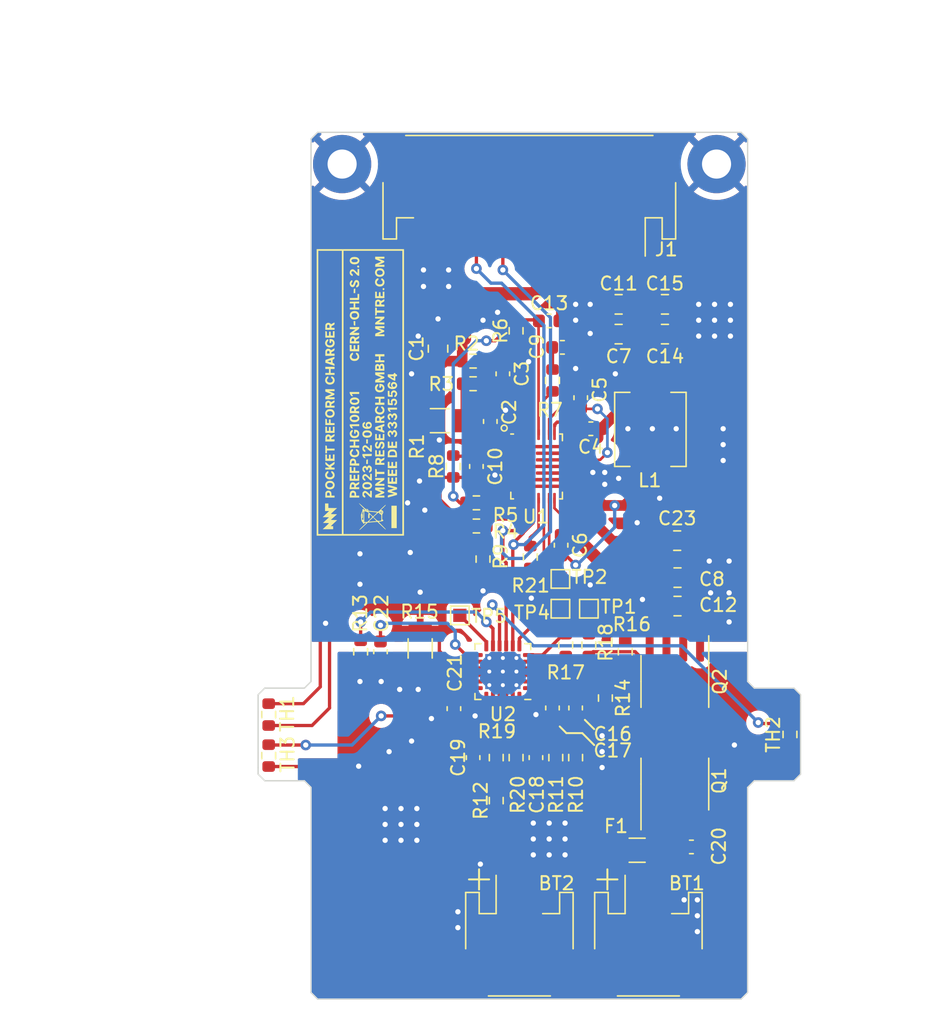
<source format=kicad_pcb>
(kicad_pcb (version 20221018) (generator pcbnew)
  (layers (0 "F.Cu" signal) (31 "B.Cu" signal) (34 "B.Paste" user) (35 "F.Paste" user) (36 "B.SilkS" user "B.Silkscreen") (37 "F.SilkS" user "F.Silkscreen") (38 "B.Mask" user) (39 "F.Mask" user) (44 "Edge.Cuts" user))
  (net 0 "")
  (net 1 "GND")
  (net 2 "CHGPOWER")
  (net 3 "Net-(C2-Pad2)")
  (net 4 "Net-(BT1-+)")
  (net 5 "Net-(BT1--)")
  (net 6 "Net-(U1-IAN)")
  (net 7 "Net-(U1-IAP)")
  (net 8 "Net-(U1-BST1)")
  (net 9 "Net-(U1-SW1)")
  (net 10 "Net-(U1-BST2)")
  (net 11 "Net-(U1-SW2)")
  (net 12 "SYSPOWER")
  (net 13 "/PACK+")
  (net 14 "Net-(C9-Pad2)")
  (net 15 "Net-(U1-CP2)")
  (net 16 "Net-(U1-CP1)")
  (net 17 "3V6")
  (net 18 "Net-(U1-VNTC)")
  (net 19 "Net-(U1-NTC)")
  (net 20 "Net-(U2-IN)")
  (net 21 "Net-(U2-CP)")
  (net 22 "Net-(U2-CELL1)")
  (net 23 "Net-(C20-Pad2)")
  (net 24 "Net-(U2-BATTS)")
  (net 25 "Net-(Q1-G)")
  (net 26 "STANDBY_3V3")
  (net 27 "I2C_SDA")
  (net 28 "I2C_SCL")
  (net 29 "Net-(U2-REG2)")
  (net 30 "Net-(U2-REG3)")
  (net 31 "Net-(Q1-D-Pad5)")
  (net 32 "Net-(Q2-G)")
  (net 33 "Net-(U1-~{INT})")
  (net 34 "Net-(U1-~{PROCHOT})")
  (net 35 "Net-(U1-~{ACOK})")
  (net 36 "Net-(U1-VMAX_BST)")
  (net 37 "Net-(U2-PFAIL)")
  (net 38 "Net-(U2-CHG)")
  (net 39 "Net-(U2-DIS)")
  (net 40 "Net-(U2-PCKP)")
  (net 41 "Net-(U2-ZVC)")
  (net 42 "Net-(U2-CELL2)")
  (net 43 "Net-(U2-CELL3)")
  (net 44 "Net-(U2-TH1)")
  (net 45 "Net-(U2-TH2)")
  (net 46 "Net-(U1-IBM)")
  (net 47 "Net-(U1-IAM)")
  (net 48 "Net-(U1-PSYS)")
  (net 49 "PACKGND")
  (net 50 "Net-(U2-ALRT)")
  (net 51 "Net-(U2-AOLDO)")
  (footprint "Package_DFN_QFN:QFN-24-1EP_4x4mm_P0.5mm_EP2.65x2.65mm_ThermalVias" (layer "F.Cu") (at 98.5 104.75 180)
    (fp_text reference "U2")
    (fp_text value "MAX17320G20+")
  )
  (footprint "Capacitor_SMD:C_0805_2012Metric" (layer "F.Cu") (at 93.6 80.35 -90)
    (fp_text reference "C1")
    (fp_text value "22uF")
  )
  (footprint "Resistor_SMD:R_0603_1608Metric" (layer "F.Cu") (at 80.8 111.1 -90)
    (fp_text reference "TH3")
    (fp_text value "10k")
  )
  (footprint "pocket-reform-charger:pocket-reform-charger-badge" (layer "F.Cu") (at 87.726333 83.664223 90)
    (fp_text reference "H5" hide)
    (fp_text value "BADGE" hide)
  )
  (footprint "Resistor_SMD:R_0603_1608Metric" (layer "F.Cu") (at 98 111.25 -90)
    (fp_text reference "R19")
    (fp_text value "0")
  )
  (footprint "Resistor_SMD:R_0603_1608Metric" (layer "F.Cu") (at 100.575 96.095 90)
    (fp_text reference "R21")
    (fp_text value "14.7k")
  )
  (footprint "Capacitor_SMD:C_0603_1608Metric" (layer "F.Cu") (at 94.8 107.55 90)
    (fp_text reference "C21")
    (fp_text value "470nF")
  )
  (footprint "Capacitor_SMD:C_0603_1608Metric" (layer "F.Cu") (at 102.25 107.5 90)
    (fp_text reference "C17")
    (fp_text value "0.1uF")
  )
  (footprint "Capacitor_SMD:C_0805_2012Metric" (layer "F.Cu") (at 111.7 99.8)
    (fp_text reference "C12")
    (fp_text value "22uF")
  )
  (footprint "Connector_JST:JST_PH_S2B-PH-SM4-TB_1x02-1MP_P2.00mm_Horizontal" (layer "F.Cu") (at 99.75 124.75)
    (fp_text reference "BT2")
    (fp_text value "Battery_Cell")
  )
  (footprint "Inductor_SMD:L_Sunlord_MWSA0518_5.4x5.2mm" (layer "F.Cu") (at 109.65 86.45 -90)
    (fp_text reference "L1")
    (fp_text value "1.5uH")
  )
  (footprint "Resistor_SMD:R_0603_1608Metric" (layer "F.Cu") (at 96.5 93.75)
    (fp_text reference "R4")
    (fp_text value "100k")
  )
  (footprint "Capacitor_SMD:C_0603_1608Metric" (layer "F.Cu") (at 102.9 95.2 -90)
    (fp_text reference "C6")
    (fp_text value "470nF")
  )
  (footprint "Capacitor_SMD:C_0603_1608Metric" (layer "F.Cu") (at 103 80.25 180)
    (fp_text reference "C9")
    (fp_text value "0.1uF")
  )
  (footprint "TestPoint:TestPoint_Pad_1.0x1.0mm" (layer "F.Cu") (at 102.85 97.75 -90)
    (fp_text reference "TP2")
    (fp_text value "TestPoint")
  )
  (footprint "Capacitor_SMD:C_0603_1608Metric" (layer "F.Cu") (at 102 78.25)
    (fp_text reference "C13")
    (fp_text value "10uF")
  )
  (footprint "Resistor_SMD:R_0603_1608Metric" (layer "F.Cu") (at 96.25 83 180)
    (fp_text reference "R3")
    (fp_text value "2")
  )
  (footprint "Resistor_SMD:R_0603_1608Metric" (layer "F.Cu") (at 103.25 102.75 -90)
    (fp_text reference "R17")
    (fp_text value "2k")
  )
  (footprint "Resistor_SMD:R_0603_1608Metric" (layer "F.Cu") (at 102.5 111.25 -90)
    (fp_text reference "R11")
    (fp_text value "49.9")
  )
  (footprint "MountingHole:MountingHole_2.2mm_M2_Pad" (layer "F.Cu") (at 86.35 66.4)
    (fp_text reference "H1" hide)
    (fp_text value "MountingHole_Pad")
  )
  (footprint "Resistor_SMD:R_0603_1608Metric" (layer "F.Cu") (at 80.8 108 90)
    (fp_text reference "TH1")
    (fp_text value "100k B4700")
  )
  (footprint "Resistor_SMD:R_0603_1608Metric" (layer "F.Cu") (at 96.25 81.29 180)
    (fp_text reference "R2")
    (fp_text value "2")
  )
  (footprint "TestPoint:TestPoint_Pad_1.0x1.0mm" (layer "F.Cu") (at 105 100 -90)
    (fp_text reference "TP1")
    (fp_text value "TestPoint")
  )
  (footprint "Capacitor_SMD:C_0805_2012Metric" (layer "F.Cu") (at 110.75 77)
    (fp_text reference "C15")
    (fp_text value "22uF")
  )
  (footprint "Capacitor_SMD:C_0805_2012Metric" (layer "F.Cu") (at 107.25 77 180)
    (fp_text reference "C11")
    (fp_text value "22uF")
  )
  (footprint "Capacitor_SMD:C_0603_1608Metric" (layer "F.Cu") (at 96.25 111.25 90)
    (fp_text reference "C19")
    (fp_text value "0.1uF")
  )
  (footprint "Capacitor_SMD:C_0805_2012Metric" (layer "F.Cu") (at 110.75 79.25)
    (fp_text reference "C14")
    (fp_text value "22uF")
  )
  (footprint "Capacitor_SMD:C_0603_1608Metric" (layer "F.Cu") (at 105.15 86.4)
    (fp_text reference "C4")
    (fp_text value "470nF")
  )
  (footprint "Resistor_SMD:R_0603_1608Metric" (layer "F.Cu") (at 106.25 106.75 -90)
    (fp_text reference "R14")
    (fp_text value "100")
  )
  (footprint "Resistor_SMD:R_0603_1608Metric" (layer "F.Cu") (at 104 111.25 -90)
    (fp_text reference "R10")
    (fp_text value "10")
  )
  (footprint "Resistor_SMD:R_0603_1608Metric" (layer "F.Cu") (at 120.2 109.5 -90)
    (fp_text reference "TH2")
    (fp_text value "10k")
  )
  (footprint "Capacitor_SMD:C_0805_2012Metric" (layer "F.Cu") (at 111.7 97.65)
    (fp_text reference "C8")
    (fp_text value "22uF")
  )
  (footprint "TestPoint:TestPoint_Pad_1.0x1.0mm" (layer "F.Cu") (at 102.85 100)
    (fp_text reference "TP4")
    (fp_text value "TestPoint")
  )
  (footprint "Fuse:Fuse_1206_3216Metric" (layer "F.Cu") (at 108.65 118.25)
    (fp_text reference "F1")
    (fp_text value "1206L300/12SLYR")
  )
  (footprint "Capacitor_SMD:C_0603_1608Metric" (layer "F.Cu") (at 104 107.5 90)
    (fp_text reference "C16")
    (fp_text value "470nF")
  )
  (footprint "Resistor_SMD:R_0603_1608Metric" (layer "F.Cu") (at 102.25 82.75 90)
    (fp_text reference "R7")
    (fp_text value "100")
  )
  (footprint "Resistor_SMD:R_0603_1608Metric" (layer "F.Cu") (at 99.5 79 -90)
    (fp_text reference "R6")
    (fp_text value "100k")
  )
  (footprint "Capacitor_SMD:C_0603_1608Metric" (layer "F.Cu") (at 104.385 84.055 -90)
    (fp_text reference "C5")
    (fp_text value "470nF")
  )
  (footprint "Package_SO:SOIC-8_3.9x4.9mm_P1.27mm" (layer "F.Cu") (at 111.5 105.5 -90)
    (fp_text reference "Q2")
    (fp_text value "IRF7458TRPBF")
  )
  (footprint "Capacitor_SMD:C_0603_1608Metric" (layer "F.Cu") (at 89.25 103.25 90)
    (fp_text reference "C22")
    (fp_text value "470nF")
  )
  (footprint "Resistor_SMD:R_0603_1608Metric" (layer "F.Cu") (at 98 114.5 -90)
    (fp_text reference "R12")
    (fp_text value "49.9")
  )
  (footprint "Resistor_SMD:R_0603_1608Metric" (layer "F.Cu") (at 96.5 92)
    (fp_text reference "R5")
    (fp_text value "100k")
  )
  (footprint "pocket-reform-charger:MP2762A" (layer "F.Cu") (at 101 89.25)
    (fp_text reference "U1")
    (fp_text value "MP2650")
  )
  (footprint "Connector_JST:JST_PH_S2B-PH-SM4-TB_1x02-1MP_P2.00mm_Horizontal" (layer "F.Cu") (at 109.5 124.75)
    (fp_text reference "BT1")
    (fp_text value "Battery_Cell")
  )
  (footprint "Resistor_SMD:R_1206_3216Metric" (layer "F.Cu") (at 92.25 103 -90)
    (fp_text reference "R15")
    (fp_text value "5m")
  )
  (footprint "Resistor_SMD:R_0603_1608Metric" (layer "F.Cu") (at 105 102.75 90)
    (fp_text reference "R18")
    (fp_text value "1k")
  )
  (footprint "Resistor_SMD:R_0603_1608Metric" (layer "F.Cu") (at 87.75 103.25 -90)
    (fp_text reference "R13")
    (fp_text value "1k")
  )
  (footprint "Resistor_SMD:R_1206_3216Metric" (layer "F.Cu") (at 93.75 85.79 180)
    (fp_text reference "R1")
    (fp_text value "10m")
  )
  (footprint "Package_SO:SOIC-8_3.9x4.9mm_P1.27mm" (layer "F.Cu") (at 111.5 113.25 90)
    (fp_text reference "Q1")
    (fp_text value "IRF7458TRPBF")
  )
  (footprint "Capacitor_SMD:C_0603_1608Metric" (layer "F.Cu") (at 98.5 82.25 90)
    (fp_text reference "C3")
    (fp_text value "0.1uF")
  )
  (footprint "Capacitor_SMD:C_0805_2012Metric" (layer "F.Cu") (at 107.25 79.25 180)
    (fp_text reference "C7")
    (fp_text value "22uF")
  )
  (footprint "Capacitor_SMD:C_0603_1608Metric" (layer "F.Cu") (at 97.55 85.85 -90)
    (fp_text reference "C2")
    (fp_text value "1uF")
  )
  (footprint "Resistor_SMD:R_0603_1608Metric" (layer "F.Cu") (at 97 96.25 -90)
    (fp_text reference "R9")
    (fp_text value "37.4k")
  )
  (footprint "Connector_JST:JST_PH_S9B-PH-SM4-TB_1x09-1MP_P2.00mm_Horizontal" (layer "F.Cu") (at 100.5 68.75 180)
    (fp_text reference "J1")
    (fp_text value "CHARGER")
  )
  (footprint "Resistor_SMD:R_0603_1608Metric" (layer "F.Cu") (at 94.75 89.25 -90)
    (fp_text reference "R8")
    (fp_text value "13.7k")
  )
  (footprint "MountingHole:MountingHole_2.2mm_M2_Pad" (layer "F.Cu") (at 114.65 66.4)
    (fp_text reference "H2" hide)
    (fp_text value "MountingHole_Pad")
  )
  (footprint "Capacitor_SMD:C_0603_1608Metric" (layer "F.Cu") (at 101 111.25 90)
    (fp_text reference "C18")
    (fp_text value "0.1uF")
  )
  (footprint "Resistor_SMD:R_0603_1608Metric" (layer "F.Cu") (at 107.75 103.25 90)
    (fp_text reference "R16")
    (fp_text value "100")
  )
  (footprint "Capacitor_SMD:C_0603_1608Metric" (layer "F.Cu") (at 112.75 118 180)
    (fp_text reference "C20")
    (fp_text value "0.1uF")
  )
  (footprint "Capacitor_SMD:C_0603_1608Metric" (layer "F.Cu") (at 96.5 89.25 -90)
    (fp_text reference "C10")
    (fp_text value "1uF")
  )
  (footprint "Capacitor_SMD:C_0805_2012Metric" (layer "F.Cu") (at 111.675 94.855)
    (fp_text reference "C23")
    (fp_text value "22uF")
  )
  (footprint "Resistor_SMD:R_0603_1608Metric" (layer "F.Cu") (at 99.5 111.25 -90)
    (fp_text reference "R20")
    (fp_text value "0")
  )
  (footprint "TestPoint:TestPoint_Pad_1.0x1.0mm" (layer "F.Cu") (at 95.25 100.5)
    (fp_text reference "TP5")
    (fp_text value "TestPoint")
  )
  (gr_line (start 105.4 110.3) (end 104.5 109.4) (stroke (width 0.15)) (layer "F.SilkS"))
  (gr_line (start 103.3 109.4) (end 102.8 108.9) (stroke (width 0.15)) (layer "F.SilkS"))
  (gr_line (start 105.4 109.1) (end 104.7 108.4) (stroke (width 0.15)) (layer "F.SilkS"))
  (gr_line (start 104.5 109.4) (end 103.3 109.4) (stroke (width 0.15)) (layer "F.SilkS"))
  (gr_line (start 84.5 64) (end 116.5 64) (stroke (width 0.1)) (layer "Edge.Cuts"))
  (gr_line (start 117 113.5) (end 117 129) (stroke (width 0.1)) (layer "Edge.Cuts"))
  (gr_line (start 117.5 106) (end 117 105.5) (stroke (width 0.1)) (layer "Edge.Cuts"))
  (gr_line (start 80 112.5) (end 80.5 113) (stroke (width 0.1)) (layer "Edge.Cuts"))
  (gr_line (start 121 112.5) (end 121 107) (stroke (width 0.1)) (layer "Edge.Cuts"))
  (gr_line (start 116.5 129.5) (end 117 129) (stroke (width 0.1)) (layer "Edge.Cuts"))
  (gr_line (start 116.5 64) (end 117 64.5) (stroke (width 0.1)) (layer "Edge.Cuts"))
  (gr_line (start 117.5 113) (end 117 113.5) (stroke (width 0.1)) (layer "Edge.Cuts"))
  (gr_line (start 84 105.5) (end 84 64.5) (stroke (width 0.1)) (layer "Edge.Cuts"))
  (gr_line (start 117.5 113) (end 120.5 113) (stroke (width 0.1)) (layer "Edge.Cuts"))
  (gr_line (start 80 106.5) (end 80 112) (stroke (width 0.1)) (layer "Edge.Cuts"))
  (gr_line (start 117 64.5) (end 117 105.5) (stroke (width 0.1)) (layer "Edge.Cuts"))
  (gr_line (start 80.5 106) (end 80 106.5) (stroke (width 0.1)) (layer "Edge.Cuts"))
  (gr_line (start 120.5 106) (end 117.5 106) (stroke (width 0.1)) (layer "Edge.Cuts"))
  (gr_line (start 84.5 64) (end 84 64.5) (stroke (width 0.1)) (layer "Edge.Cuts"))
  (gr_line (start 84 129) (end 84.5 129.5) (stroke (width 0.1)) (layer "Edge.Cuts"))
  (gr_line (start 83.5 106) (end 84 105.5) (stroke (width 0.1)) (layer "Edge.Cuts"))
  (gr_line (start 84 113.5) (end 84 129) (stroke (width 0.1)) (layer "Edge.Cuts"))
  (gr_line (start 80.5 113) (end 83.5 113) (stroke (width 0.1)) (layer "Edge.Cuts"))
  (gr_line (start 83.5 113) (end 84 113.5) (stroke (width 0.1)) (layer "Edge.Cuts"))
  (gr_line (start 120.5 113) (end 121 112.5) (stroke (width 0.1)) (layer "Edge.Cuts"))
  (gr_line (start 83.5 106) (end 80.5 106) (stroke (width 0.1)) (layer "Edge.Cuts"))
  (gr_line (start 116.5 129.5) (end 84.5 129.5) (stroke (width 0.1)) (layer "Edge.Cuts"))
  (gr_line (start 121 106.5) (end 120.5 106) (stroke (width 0.1)) (layer "Edge.Cuts"))
  (gr_line (start 121 107) (end 121 106.5) (stroke (width 0.1)) (layer "Edge.Cuts"))
  (gr_line (start 80 112) (end 80 112.5) (stroke (width 0.1)) (layer "Edge.Cuts"))
  (gr_text "+" (at 96.7 120.3) (layer "F.SilkS") (effects (font (size 2 2))))
  (gr_text "+" (at 106.4 120.3) (layer "F.SilkS") (effects (font (size 2 2))))
  (segment (start 104.85 89.25) (end 102.15 89.25) (width 0.25) (layer "F.Cu") (net 1))
  (segment (start 99.35 89.25) (end 98.25 89.25) (width 0.25) (layer "F.Cu") (net 1))
  (segment (start 93.7 103.19375) (end 93.7 102) (width 0.25) (layer "F.Cu") (net 1))
  (segment (start 100.8 86.85) (end 100.8 81.686061) (width 0.2) (layer "F.Cu") (net 1))
  (segment (start 83.425 107.175) (end 84.7 105.9) (width 0.25) (layer "F.Cu") (net 1))
  (segment (start 102.15 89.25) (end 99.35 89.25) (width 0.25) (layer "F.Cu") (net 1))
  (segment (start 92.5 71.6) (end 92.5 74.4) (width 0.25) (layer "F.Cu") (net 1))
  (segment (start 93.6 79.4) (end 93.6 78.1) (width 0.25) (layer "F.Cu") (net 1))
  (segment (start 105.1 79.2) (end 105.15 79.25) (width 0.25) (layer "F.Cu") (net 1))
  (segment (start 97.9 89.6) (end 97.9 89.9) (width 0.25) (layer "F.Cu") (net 1))
  (segment (start 93.7 102) (end 93.2375 101.5375) (width 0.25) (layer "F.Cu") (net 1))
  (segment (start 83.425 107.175) (end 80.8 107.175) (width 0.25) (layer "F.Cu") (net 1))
  (segment (start 94.5 71.6) (end 94.5 74.3) (width 0.25) (layer "F.Cu") (net 1))
  (segment (start 84.7 101.5) (end 85.1 101.1) (width 0.25) (layer "F.Cu") (net 1))
  (segment (start 94.50625 104) (end 93.7 103.19375) (width 0.25) (layer "F.Cu") (net 1))
  (segment (start 94.5 74.3) (end 94.4 74.4) (width 0.25) (layer "F.Cu") (net 1))
  (segment (start 105.3 89.7) (end 104.85 89.25) (width 0.25) (layer "F.Cu") (net 1))
  (segment (start 93.2375 101.5375) (end 92.25 101.5375) (width 0.25) (layer "F.Cu") (net 1))
  (segment (start 104 78.2) (end 102.825 78.2) (width 0.25) (layer "F.Cu") (net 1))
  (segment (start 93.6 79.4) (end 92.1 79.4) (width 0.25) (layer "F.Cu") (net 1))
  (segment (start 100.8 81.686061) (end 100.445576 81.331637) (width 0.2) (layer "F.Cu") (net 1))
  (segment (start 92.25 101.5375) (end 92.25 98.75) (width 0.25) (layer "F.Cu") (net 1))
  (segment (start 105.15 79.25) (end 106.3 79.25) (width 0.25) (layer "F.Cu") (net 1))
  (segment (start 106.3 77) (end 105.1 77) (width 0.25) (layer "F.Cu") (net 1))
  (segment (start 97.625 85) (end 97.55 85.075) (width 0.25) (layer "F.Cu") (net 1))
  (segment (start 96.55 104) (end 94.50625 104) (width 0.25) (layer "F.Cu") (net 1))
  (segment (start 102.825 78.2) (end 102.775 78.25) (width 0.25) (layer "F.Cu") (net 1))
  (segment (start 84.7 105.9) (end 84.7 101.5) (width 0.25) (layer "F.Cu") (net 1))
  (segment (start 98.7 85) (end 97.625 85) (width 0.25) (layer "F.Cu") (net 1))
  (segment (start 98.25 89.25) (end 97.9 89.6) (width 0.25) (layer "F.Cu") (net 1))
  (segment (start 113.25 79.45) (end 113.3 79.4) (width 0.25) (layer "F.Cu") (net 1))
  (segment (start 105.3 89.7) (end 106.2 89.7) (width 0.25) (layer "F.Cu") (net 1))
  (segment (start 106.2 89.7) (end 106.2 90.6) (width 0.25) (layer "F.Cu") (net 1))
  (via (at 87.7 98.15) (size 0.8) (drill 0.4) (layers "F.Cu" "B.Cu") (net 1))
  (via (at 110.35 91.65) (size 0.8) (drill 0.4) (layers "F.Cu" "B.Cu") (net 1))
  (via (at 113.3 78.2) (size 0.8) (drill 0.4) (layers "F.Cu" "B.Cu") (net 1))
  (via (at 114.5 78.2) (size 0.8) (drill 0.4) (layers "F.Cu" "B.Cu") (net 1))
  (via (at 109.8 86.4) (size 0.8) (drill 0.4) (layers "F.Cu" "B.Cu") (net 1))
  (via (at 107.25 90.15) (size 0.8) (drill 0.4) (layers "F.Cu" "B.Cu") (net 1))
  (via (at 115.7 77) (size 0.8) (drill 0.4) (layers "F.Cu" "B.Cu") (net 1))
  (via (at 93.7 87.25) (size 0.8) (drill 0.4) (layers "F.Cu" "B.Cu") (net 1))
  (via (at 114.2 98.8) (size 0.8) (drill 0.4) (layers "F.Cu" "B.Cu") (net 1))
  (via (at 92.6 92.55) (size 0.8) (drill 0.4) (layers "F.Cu" "B.Cu") (net 1))
  (via (at 107.95 86.4) (size 0.8) (drill 0.4) (layers "F.Cu" "B.Cu") (net 1))
  (via (at 91.3 92) (size 0.8) (drill 0.4) (layers "F.Cu" "B.Cu") (net 1))
  (via (at 115.6 98.8) (size 0.8) (drill 0.4) (layers "F.Cu" "B.Cu") (net 1))
  (via (at 114.5 77) (size 0.8) (drill 0.4) (layers "F.Cu" "B.Cu") (net 1))
  (via (at 93.6 78.1) (size 0.8) (drill 0.4) (layers "F.Cu" "B.Cu") (net 1))
  (via (at 91.5 95.75) (size 0.8) (drill 0.4) (layers "F.Cu" "B.Cu") (net 1))
  (via (at 92.2 90.35) (size 0.8) (drill 0.4) (layers "F.Cu" "B.Cu") (net 1))
  (via (at 92.5 74.4) (size 0.8) (drill 0.4) (layers "F.Cu" "B.Cu") (net 1))
  (via (at 97 98.65) (size 0.8) (drill 0.4) (layers "F.Cu" "B.Cu") (net 1))
  (via (at 105.1 77) (size 0.8) (drill 0.4) (layers "F.Cu" "B.Cu") (net 1))
  (via (at 115.7 79.4) (size 0.8) (drill 0.4) (layers "F.Cu" "B.Cu") (net 1))
  (via (at 100.65 99.2) (size 0.8) (drill 0.4) (layers "F.Cu" "B.Cu") (net 1))
  (via (at 105.1 98.2) (size 0.8) (drill 0.4) (layers "F.Cu" "B.Cu") (net 1))
  (via (at 105.3 89.7) (size 0.8) (drill 0.4) (layers "F.Cu" "B.Cu") (net 1))
  (via (at 98.1 77.6) (size 0.8) (drill 0.4) (layers "F.Cu" "B.Cu") (net 1))
  (via (at 94.4 75.65) (size 0.8) (drill 0.4) (layers "F.Cu" "B.Cu") (net 1))
  (via (at 104 81.85) (size 0.8) (drill 0.4) (layers "F.Cu" "B.Cu") (net 1))
  (via (at 115.7 78.2) (size 0.8) (drill 0.4) (layers "F.Cu" "B.Cu") (net 1))
  (via (at 104 78.2) (size 0.8) (drill 0.4) (layers "F.Cu" "B.Cu") (net 1))
  (via (at 115.6 96.4) (size 0.8) (drill 0.4) (layers "F.Cu" "B.Cu") (net 1))
  (via (at 107 82.25) (size 0.8) (drill 0.4) (layers "F.Cu" "B.Cu") (net 1))
  (via (at 91.6 82.25) (size 0.8) (drill 0.4) (layers "F.Cu" "B.Cu") (net 1))
  (via (at 100.445576 81.331637) (size 0.8) (drill 0.4) (layers "F.Cu" "B.Cu") (net 1))
  (via (at 115.6 101) (size 0.8) (drill 0.4) (layers "F.Cu" "B.Cu") (net 1))
  (via (at 108.65 93.5) (size 0.8) (drill 0.4) (layers "F.Cu" "B.Cu") (net 1))
  (via (at 105.1 79.2) (size 0.8) (drill 0.4) (layers "F.Cu" "B.Cu") (net 1))
  (via (at 104 77) (size 0.8) (drill 0.4) (layers "F.Cu" "B.Cu") (net 1))
  (via (at 115.15 86.4) (size 0.8) (drill 0.4) (layers "F.Cu" "B.Cu") (net 1))
  (via (at 85.1 101.1) (size 0.8) (drill 0.4) (layers "F.Cu" "B.Cu") (net 1))
  (via (at 92.25 98.75) (size 0.8) (drill 0.4) (layers "F.Cu" "B.Cu") (net 1))
  (via (at 114.5 79.4) (size 0.8) (drill 0.4) (layers "F.Cu" "B.Cu") (net 1))
  (via (at 92.1 79.4) (size 0.8) (drill 0.4) (layers "F.Cu" "B.Cu") (net 1))
  (via (at 111.6 86.4) (size 0.8) (drill 0.4) (layers "F.Cu" "B.Cu") (net 1))
  (via (at 115.15 87.6) (size 0.8) (drill 0.4) (layers "F.Cu" "B.Cu") (net 1))
  (via (at 106.2 90.6) (size 0.8) (drill 0.4) (layers "F.Cu" "B.Cu") (net 1))
  (via (at 106.2 89.7) (size 0.8) (drill 0.4) (layers "F.Cu" "B.Cu") (net 1))
  (via (at 97 78.2) (size 0.8) (drill 0.4) (layers "F.Cu" "B.Cu") (net 1))
  (via (at 92.5 75.65) (size 0.8) (drill 0.4) (layers "F.Cu" "B.Cu") (net 1))
  (via (at 113.3 77) (size 0.8) (drill 0.4) (layers "F.Cu" "B.Cu") (net 1))
  (via (at 115.15 88.8) (size 0.8) (drill 0.4) (layers "F.Cu" "B.Cu") (net 1))
  (via (at 114.1 96.4) (size 0.8) (drill 0.4) (layers "F.Cu" "B.Cu") (net 1))
  (via (at 97.9 89.9) (size 0.8) (drill 0.4) (layers "F.Cu" "B.Cu") (net 1))
  (via (at 94.4 74.4) (size 0.8) (drill 0.4) (layers "F.Cu" "B.Cu") (net 1))
  (via (at 113.3 79.4) (size 0.8) (drill 0.4) (layers "F.Cu" "B.Cu") (net 1))
  (via (at 109.05 99.3) (size 0.8) (drill 0.4) (layers "F.Cu" "B.Cu") (net 1))
  (via (at 98.7 85) (size 0.8) (drill 0.4) (layers "F.Cu" "B.Cu") (net 1))
  (via (at 87.7 95.85) (size 0.8) (drill 0.4) (layers "F.Cu" "B.Cu") (net 1))
  (segment (start 100.445576 81.331637) (end 98.7 83.077213) (width 0.2) (layer "B.Cu") (net 1))
  (segment (start 98.7 83.077213) (end 98.7 85) (width 0.2) (layer "B.Cu") (net 1))
  (segment (start 97.9 89.9) (end 98.7 89.1) (width 0.25) (layer "B.Cu") (net 1))
  (segment (start 98.7 89.1) (end 98.7 85) (width 0.25) (layer "B.Cu") (net 1))
  (segment (start 93.6 83) (end 92.2875 84.3125) (width 1) (layer "F.Cu") (net 2))
  (segment (start 104.1 74.5) (end 102.5 74.5) (width 0.8) (layer "F.Cu") (net 2))
  (segment (start 95.6 79.6) (end 95.6 77.5) (width 1) (layer "F.Cu") (net 2))
  (segment (start 93.6 81.3) (end 93.6 83) (width 1) (layer "F.Cu") (net 2))
  (segment (start 95.6 77.5) (end 96.9 76.2) (width 1) (layer "F.Cu") (net 2))
  (segment (start 104.5 71.6) (end 104.5 74.1) (width 0.8) (layer "F.Cu") (net 2))
  (segment (start 92.2875 84.3125) (end 92.2875 85.79) (width 1) (layer "F.Cu") (net 2))
  (segment (start 100.8 76.2) (end 102.5 74.5) (width 1) (layer "F.Cu") (net 2))
  (segment (start 95.6 79.6) (end 95.425 79.775) (width 0.8) (layer "F.Cu") (net 2))
  (segment (start 104.5 74.1) (end 104.1 74.5) (width 0.8) (layer "F.Cu") (net 2))
  (segment (start 96.9 76.2) (end 100.8 76.2) (width 1) (layer "F.Cu") (net 2))
  (segment (start 102.5 71.6) (end 102.5 74.5) (width 0.8) (layer "F.Cu") (net 2))
  (segment (start 95.425 79.775) (end 95.425 81.29) (width 0.8) (layer "F.Cu") (net 2))
  (segment (start 93.61 81.29) (end 93.6 81.3) (width 0.8) (layer "F.Cu") (net 2))
  (segment (start 95.425 81.29) (end 93.61 81.29) (width 0.8) (layer "F.Cu") (net 2))
  (segment (start 95.99 85.79) (end 96.825 86.625) (width 0.8) (layer "F.Cu") (net 3))
  (segment (start 98.675 87.75) (end 97.55 86.625) (width 0.25) (layer "F.Cu") (net 3))
  (segment (start 99.35 87.75) (end 102.15 87.75) (width 0.25) (layer "F.Cu") (net 3))
  (segment (start 95.2125 85.79) (end 95.99 85.79) (width 0.8) (layer "F.Cu") (net 3))
  (segment (start 99.35 87.75) (end 98.675 87.75) (width 0.25) (layer "F.Cu") (net 3))
  (segment (start 96.825 86.625) (end 97.55 86.625) (width 0.8) (layer "F.Cu") (net 3))
  (segment (start 95.425 85.5775) (end 95.2125 85.79) (width 0.25) (layer "F.Cu") (net 3))
  (segment (start 95.425 83) (end 95.425 85.5775) (width 0.25) (layer "F.Cu") (net 3))
  (segment (start 107.25 115.325) (end 107.25 118.25) (width 0.25) (layer "F.Cu") (net 4))
  (segment (start 108.5 119.5) (end 108.5 121.9) (width 1) (layer "F.Cu") (net 4))
  (segment (start 102.5 112.075) (end 104 112.075) (width 0.25) (layer "F.Cu") (net 4))
  (segment (start 107.25 118.25) (end 108.5 119.5) (width 1) (layer "F.Cu") (net 4))
  (segment (start 104 112.075) (end 107.25 115.325) (width 0.25) (layer "F.Cu") (net 4))
  (segment (start 98.75 124.35) (end 98.75 121.9) (width 0.8) (layer "F.Cu") (net 5))
  (segment (start 98 115.325) (end 98.8 116.125) (width 0.25) (layer "F.Cu") (net 5))
  (segment (start 110.5 121.9) (end 110.5 124.3) (width 0.8) (layer "F.Cu") (net 5))
  (segment (start 110.5 124.3) (end 110 124.8) (width 0.8) (layer "F.Cu") (net 5))
  (segment (start 98.8 116.125) (end 98.8 121.85) (width 0.25) (layer "F.Cu") (net 5))
  (segment (start 98.8 121.85) (end 98.75 121.9) (width 0.25) (layer "F.Cu") (net 5))
  (segment (start 110 124.8) (end 99.2 124.8) (width 0.8) (layer "F.Cu") (net 5))
  (segment (start 99.2 124.8) (end 98.75 124.35) (width 0.8) (layer "F.Cu") (net 5))
  (segment (start 99.6 84.125) (end 98.5 83.025) (width 0.2) (layer "F.Cu") (net 6))
  (segment (start 97.075 83) (end 97.975 83) (width 0.25) (layer "F.Cu") (net 6))
  (segment (start 99.6 86.85) (end 99.6 84.125) (width 0.2) (layer "F.Cu") (net 6))
  (segment (start 100 82.975) (end 98.5 81.475) (width 0.2) (layer "F.Cu") (net 7))
  (segment (start 97.075 81.29) (end 98.315 81.29) (width 0.25) (layer "F.Cu") (net 7))
  (segment (start 98.315 81.29) (end 98.5 81.475) (width 0.25) (layer "F.Cu") (net 7))
  (segment (start 100 86.85) (end 100 82.975) (width 0.2) (layer "F.Cu") (net 7))
  (segment (start 102.4 86.2) (end 102.4 86.85) (width 0.2) (layer "F.Cu") (net 8))
  (segment (start 103.875 85.9) (end 102.6 85.9) (width 0.25) (layer "F.Cu") (net 8))
  (segment (start 104.375 86.4) (end 103.875 85.9) (width 0.25) (layer "F.Cu") (net 8))
  (segment (start 102.42452 86.07548) (end 102.42452 86.17548) (width 0.25) (layer "F.Cu") (net 8))
  (segment (start 102.6 85.9) (end 102.42452 86.07548) (width 0.25) (layer "F.Cu") (net 8))
  (segment (start 102.42452 86.17548) (end 102.4 86.2) (width 0.2) (layer "F.Cu") (net 8))
  (segment (start 105.7 87.1) (end 105.7 86.625) (width 0.8) (layer "F.Cu") (net 9))
  (segment (start 105.7 87.1) (end 105.4 87.4) (width 0.5) (layer "F.Cu") (net 9))
  (segment (start 105.7 86.625) (end 107.925 84.4) (width 0.8) (layer "F.Cu") (net 9))
  (segment (start 104.85 88.25) (end 105.1 88) (width 0.25) (layer "F.Cu") (net 9))
  (segment (start 102.15 88.25) (end 104.85 88.25) (width 0.25) (layer "F.Cu") (net 9))
  (segment (start 105.4 87.4) (end 105.4 87.7) (width 0.5) (layer "F.Cu") (net 9))
  (segment (start 105.4 87.7) (end 105.1 88) (width 0.5) (layer "F.Cu") (net 9))
  (segment (start 107.925 84.4) (end 109.65 84.4) (width 0.8) (layer "F.Cu") (net 9))
  (segment (start 102.4 91.65) (end 102.4 92.4) (width 0.2) (layer "F.Cu") (net 10))
  (segment (start 102.4 92.4) (end 102.9 92.9) (width 0.2) (layer "F.Cu") (net 10))
  (segment (start 102.9 92.9) (end 102.9 94.425) (width 0.2) (layer "F.Cu") (net 10))
  (segment (start 103.275 95.975) (end 104 96.7) (width 0.25) (layer "F.Cu") (net 11))
  (segment (start 104 89.75) (end 105.25 91) (width 0.25) (layer "F.Cu") (net 11))
  (segment (start 105.65 91.75) (end 105.5 91.75) (width 0.8) (layer "F.Cu") (net 11))
  (segment (start 102.15 89.75) (end 104 89.75) (width 0.25) (layer "F.Cu") (net 11))
  (segment (start 106.1 92.2) (end 107.7 92.2) (width 0.8) (layer "F.Cu") (net 11))
  (segment (start 109.65 90.25) (end 109.65 88.5) (width 0.8) (layer "F.Cu") (net 11))
  (segment (start 106.95 92.2) (end 106.1 92.2) (width 0.8) (layer "F.Cu") (net 11))
  (segment (start 106.1 92.2) (end 105.65 91.75) (width 0.8) (layer "F.Cu") (net 11))
  (segment (start 105.25 91) (end 105.25 91.5) (width 0.5) (layer "F.Cu") (net 11))
  (segment (start 105.25 91.5) (end 105.5 91.75) (width 0.5) (layer "F.Cu") (net 11))
  (segment (start 107.7 92.2) (end 109.65 90.25) (width 0.8) (layer "F.Cu") (net 11))
  (segment (start 102.9 95.975) (end 103.275 95.975) (width 0.25) (layer "F.Cu") (net 11))
  (via (at 104 96.7) (size 0.8) (drill 0.4) (layers "F.Cu" "B.Cu") (net 11))
  (via (at 106.95 92.2) (size 0.8) (drill 0.4) (layers "F.Cu" "B.Cu") (net 11))
  (segment (start 104.1 96.7) (end 104 96.7) (width 0.25) (layer "B.Cu") (net 11))
  (segment (start 106.95 93.85) (end 104.1 96.7) (width 0.25) (layer "B.Cu") (net 11))
  (segment (start 106.95 92.2) (end 106.95 93.85) (width 0.25) (layer "B.Cu") (net 11))
  (segment (start 109.8 77) (end 109.8 75.3) (width 0.8) (layer "F.Cu") (net 12))
  (segment (start 104.7 92.9) (end 104.8 92.9) (width 0.8) (layer "F.Cu") (net 12))
  (segment (start 108.2 77) (end 108.2 75.7) (width 0.8) (layer "F.Cu") (net 12))
  (segment (start 106.9 95) (end 107 95) (width 0.8) (layer "F.Cu") (net 12))
  (segment (start 110.58 93.57) (end 113.15 91) (width 1) (layer "F.Cu") (net 12))
  (segment (start 103.75 90.25) (end 102.15 90.25) (width 0.25) (layer "F.Cu") (net 12))
  (segment (start 110.58 95) (end 110.58 93.57) (width 1) (layer "F.Cu") (net 12))
  (segment (start 104.8 92.9) (end 106.9 95) (width 0.8) (layer "F.Cu") (net 12))
  (segment (start 104.5 92.7) (end 104.5 92.5) (width 0.5) (layer "F.Cu") (net 12))
  (segment (start 113.15 91) (end 113.15 83.65) (width 1) (layer "F.Cu") (net 12))
  (segment (start 109.8 79.25) (end 109.8 77) (width 0.8) (layer "F.Cu") (net 12))
  (segment (start 109.8 75.3) (end 108.5 74) (width 0.8) (layer "F.Cu") (net 12))
  (segment (start 104.7 92.9) (end 104.5 92.7) (width 0.5) (layer "F.Cu") (net 12))
  (segment (start 108.5 74) (end 108.5 71.6) (width 0.8) (layer "F.Cu") (net 12))
  (segment (start 111 81.5) (end 108.75 81.5) (width 1) (layer "F.Cu") (net 12))
  (segment (start 108.2 79.25) (end 108.2 77) (width 0.8) (layer "F.Cu") (net 12))
  (segment (start 108.2 75.7) (end 106.5 74) (width 0.8) (layer "F.Cu") (net 12))
  (segment (start 113.15 83.65) (end 111 81.5) (width 1) (layer "F.Cu") (net 12))
  (segment (start 104.5 91) (end 103.75 90.25) (width 0.25) (layer "F.Cu") (net 12))
  (segment (start 102.15 90.25) (end 99.1 90.25) (width 0.25) (layer "F.Cu") (net 12))
  (segment (start 106.5 74) (end 106.5 71.6) (width 0.8) (layer "F.Cu") (net 12))
  (segment (start 108.2 80.95) (end 108.2 79.25) (width 0.8) (layer "F.Cu") (net 12))
  (segment (start 108.75 81.5) (end 108.2 80.95) (width 0.8) (layer "F.Cu") (net 12))
  (segment (start 104.5 92.5) (end 104.5 91) (width 0.25) (layer "F.Cu") (net 12))
  (segment (start 107 95) (end 110.58 95) (width 1) (layer "F.Cu") (net 12))
  (segment (start 111 81.5) (end 109.8 80.3) (width 0.8) (layer "F.Cu") (net 12))
  (segment (start 109.8 80.3) (end 109.8 79.25) (width 0.8) (layer "F.Cu") (net 12))
  (segment (start 108.5 103.25) (end 108.75 103.5) (width 0.25) (layer "F.Cu") (net 13))
  (segment (start 110.865 104.365) (end 110.865 103.025) (width 0.25) (layer "F.Cu") (net 13))
  (segment (start 107.15 97.75) (end 110.65 97.75) (width 1) (layer "F.Cu") (net 13))
  (segment (start 113.405 103.025) (end 113.405 101.505) (width 0.5) (layer "F.Cu") (net 13))
  (segment (start 105 103.575) (end 105.325 103.25) (width 0.25) (layer "F.Cu") (net 13))
  (segment (start 113.405 101.505) (end 113.165 101.265) (width 0.5) (layer "F.Cu") (net 13))
  (segment (start 108.75 104.25) (end 109.25 104.75) (width 0.25) (layer "F.Cu") (net 13))
  (segment (start 103.75 93.5) (end 104.25 94) (width 0.8) (layer "F.Cu") (net 13))
  (segment (start 104.25 94.85) (end 107.15 97.75) (width 1) (layer "F.Cu") (net 13))
  (segment (start 111.365 101.265) (end 110.865 101.265) (width 0.5) (layer "F.Cu") (net 13))
  (segment (start 109.25 104.75) (end 110.48 104.75) (width 0.25) (layer "F.Cu") (net 13))
  (segment (start 104.25 94) (end 104.25 94.25) (width 0.25) (layer "F.Cu") (net 13))
  (segment (start 110.75 97.65) (end 110.75 99.8) (width 1) (layer "F.Cu") (net 13))
  (segment (start 112.135 103.025) (end 112.135 101.735) (width 0.5) (layer "F.Cu") (net 13))
  (segment (start 103.3 90.75) (end 102.15 90.75) (width 0.25) (layer "F.Cu") (net 13))
  (segment (start 112.135 101.735) (end 111.665 101.265) (width 0.5) (layer "F.Cu") (net 13))
  (segment (start 103.75 91.2) (end 103.75 93.5) (width 0.5) (layer "F.Cu") (net 13))
  (segment (start 110.865 99.915) (end 110.75 99.8) (width 0.5) (layer "F.Cu") (net 13))
  (segment (start 110.865 103.025) (end 110.865 101.265) (width 0.5) (layer "F.Cu") (net 13))
  (segment (start 108.75 103.5) (end 108.75 104.25) (width 0.25) (layer "F.Cu") (net 13))
  (segment (start 110.65 97.75) (end 110.75 97.65) (width 1) (layer "F.Cu") (net 13))
  (segment (start 104.25 94.25) (end 104.25 94.85) (width 1) (layer "F.Cu") (net 13))
  (segment (start 111.665 101.265) (end 111.365 101.265) (width 0.5) (layer "F.Cu") (net 13))
  (segment (start 103.75 91.2) (end 103.3 90.75) (width 0.25) (layer "F.Cu") (net 13))
  (segment (start 110.48 104.75) (end 110.865 104.365) (width 0.25) (layer "F.Cu") (net 13))
  (segment (start 105.325 103.25) (end 108.5 103.25) (width 0.25) (layer "F.Cu") (net 13))
  (segment (start 110.865 101.265) (end 110.865 99.915) (width 1) (layer "F.Cu") (net 13))
  (segment (start 102.15 90.75) (end 99.35 90.75) (width 0.25) (layer "F.Cu") (net 13))
  (segment (start 113.165 101.265) (end 111.365 101.265) (width 0.5) (layer "F.Cu") (net 13))
  (segment (start 102.25 81.925) (end 102.25 80.275) (width 0.25) (layer "F.Cu") (net 14))
  (segment (start 102.25 80.275) (end 102.225 80.25) (width 0.25) (layer "F.Cu") (net 14))
  (segment (start 102 86.85) (end 102 85.665) (width 0.2) (layer "F.Cu") (net 15))
  (segment (start 102 85.665) (end 104.385 83.28) (width 0.2) (layer "F.Cu") (net 15))
  (segment (start 104.455 84.9) (end 104.385 84.83) (width 0.2) (layer "F.Cu") (net 16))
  (segment (start 105.65 84.9) (end 104.455 84.9) (width 0.2) (layer "F.Cu") (net 16))
  (segment (start 106.4 88.2) (end 105.85 88.75) (width 0.2) (layer "F.Cu") (net 16))
  (segment (start 105.85 88.75) (end 102.15 88.75) (width 0.2) (layer "F.Cu") (net 16))
  (via (at 106.4 88.2) (size 0.8) (drill 0.4) (layers "F.Cu" "B.Cu") (net 16))
  (via (at 105.65 84.9) (size 0.8) (drill 0.4) (layers "F.Cu" "B.Cu") (net 16))
  (segment (start 106.4 88.2) (end 106.4 85.65) (width 0.2) (layer "B.Cu") (net 16))
  (segment (start 106.4 85.65) (end 105.65 84.9) (width 0.2) (layer "B.Cu") (net 16))
  (segment (start 101.2 86.85) (end 101.2 78.275) (width 0.2) (layer "F.Cu") (net 17))
  (segment (start 97.925 79.75) (end 99.5 78.175) (width 0.25) (layer "F.Cu") (net 17))
  (segment (start 99.5 78.175) (end 101.15 78.175) (width 0.25) (layer "F.Cu") (net 17))
  (segment (start 101.15 78.175) (end 101.225 78.25) (width 0.25) (layer "F.Cu") (net 17))
  (segment (start 95.675 93.75) (end 95.675 92) (width 0.25) (layer "F.Cu") (net 17))
  (segment (start 95.675 92) (end 95.25 92) (width 0.25) (layer "F.Cu") (net 17))
  (segment (start 97.25 79.75) (end 97.925 79.75) (width 0.25) (layer "F.Cu") (net 17))
  (segment (start 95.25 92) (end 94.75 91.5) (width 0.25) (layer "F.Cu") (net 17))
  (segment (start 101.2 78.275) (end 101.225 78.25) (width 0.2) (layer "F.Cu") (net 17))
  (via (at 94.75 91.5) (size 0.8) (drill 0.4) (layers "F.Cu" "B.Cu") (net 17))
  (via (at 97.25 79.75) (size 0.8) (drill 0.4) (layers "F.Cu" "B.Cu") (net 17))
  (segment (start 96.5 79.75) (end 94.75 81.5) (width 0.25) (layer "B.Cu") (net 17))
  (segment (start 94.75 81.5) (end 94.75 91.5) (width 0.25) (layer "B.Cu") (net 17))
  (segment (start 97.25 79.75) (end 96.5 79.75) (width 0.25) (layer "B.Cu") (net 17))
  (segment (start 96.725 88.25) (end 96.5 88.475) (width 0.25) (layer "F.Cu") (net 18))
  (segment (start 94.8 88.475) (end 94.75 88.425) (width 0.25) (layer "F.Cu") (net 18))
  (segment (start 96.5 88.475) (end 94.8 88.475) (width 0.25) (layer "F.Cu") (net 18))
  (segment (start 99.1 88.25) (end 96.725 88.25) (width 0.25) (layer "F.Cu") (net 18))
  (segment (start 84.075 108.825) (end 80.8 108.825) (width 0.25) (layer "F.Cu") (net 19))
  (segment (start 94.5 92.5) (end 94.5 93.8) (width 0.25) (layer "F.Cu") (net 19))
  (segment (start 86 101.6) (end 86 95.1) (width 0.25) (layer "F.Cu") (net 19))
  (segment (start 85.4 107.5) (end 85.4 102.2) (width 0.25) (layer "F.Cu") (net 19))
  (segment (start 93.75 91.75) (end 93.75 90.25) (width 0.25) (layer "F.Cu") (net 19))
  (segment (start 97.775 88.75) (end 96.5 90.025) (width 0.25) (layer "F.Cu") (net 19))
  (segment (start 93.75 90.25) (end 93.925 90.075) (width 0.25) (layer "F.Cu") (net 19))
  (segment (start 99.1 88.75) (end 97.775 88.75) (width 0.25) (layer "F.Cu") (net 19))
  (segment (start 85.4 102.2) (end 86 101.6) (width 0.25) (layer "F.Cu") (net 19))
  (segment (start 97 95.425) (end 95.25 95.425) (width 0.25) (layer "F.Cu") (net 19))
  (segment (start 87.3 93.8) (end 94.5 93.8) (width 0.25) (layer "F.Cu") (net 19))
  (segment (start 96.45 90.075) (end 96.5 90.025) (width 0.25) (layer "F.Cu") (net 19))
  (segment (start 94.5 93.8) (end 94.5 94.675) (width 0.25) (layer "F.Cu") (net 19))
  (segment (start 93.75 91.75) (end 94.5 92.5) (width 0.25) (layer "F.Cu") (net 19))
  (segment (start 86 95.1) (end 87.3 93.8) (width 0.25) (layer "F.Cu") (net 19))
  (segment (start 93.925 90.075) (end 94.75 90.075) (width 0.25) (layer "F.Cu") (net 19))
  (segment (start 94.5 94.675) (end 95.25 95.425) (width 0.25) (layer "F.Cu") (net 19))
  (segment (start 84.075 108.825) (end 85.4 107.5) (width 0.25) (layer "F.Cu") (net 19))
  (segment (start 94.75 90.075) (end 96.45 90.075) (width 0.25) (layer "F.Cu") (net 19))
  (segment (start 101.525 106) (end 102.25 106.725) (width 0.25) (layer "F.Cu") (net 20))
  (segment (start 103.8 108.275) (end 102.25 106.725) (width 0.25) (layer "F.Cu") (net 20))
  (segment (start 104 108.275) (end 103.8 108.275) (width 0.25) (layer "F.Cu") (net 20))
  (segment (start 100.45 106) (end 101.525 106) (width 0.25) (layer "F.Cu") (net 20))
  (segment (start 104 110.425) (end 104 108.275) (width 0.25) (layer "F.Cu") (net 20))
  (segment (start 103.725 106.725) (end 104 106.725) (width 0.25) (layer "F.Cu") (net 21))
  (segment (start 102.5 105.5) (end 103.725 106.725) (width 0.25) (layer "F.Cu") (net 21))
  (segment (start 100.45 105.5) (end 102.5 105.5) (width 0.25) (layer "F.Cu") (net 21))
  (segment (start 101 112.025) (end 99.55 112.025) (width 0.25) (layer "F.Cu") (net 22))
  (segment (start 96.25 110.475) (end 96.25 110) (width 0.25) (layer "F.Cu") (net 22))
  (segment (start 98 113.675) (end 98 112.075) (width 0.25) (layer "F.Cu") (net 22))
  (segment (start 99.55 112.025) (end 99.5 112.075) (width 0.25) (layer "F.Cu") (net 22))
  (segment (start 98 112.075) (end 97.85 112.075) (width 0.25) (layer "F.Cu") (net 22))
  (segment (start 96.25 110) (end 97.291783 108.958217) (width 0.25) (layer "F.Cu") (net 22))
  (segment (start 97.291783 108.958217) (end 97.791783 108.958217) (width 0.25) (layer "F.Cu") (net 22))
  (segment (start 97.791783 108.958217) (end 98.25 108.5) (width 0.25) (layer "F.Cu") (net 22))
  (segment (start 97.85 112.075) (end 96.25 110.475) (width 0.25) (layer "F.Cu") (net 22))
  (segment (start 98.25 108.5) (end 98.25 106.7) (width 0.25) (layer "F.Cu") (net 22))
  (segment (start 98 112.075) (end 99.5 112.075) (width 0.25) (layer "F.Cu") (net 22))
  (segment (start 111.975 118) (end 110.3 118) (width 0.5) (layer "F.Cu") (net 23))
  (segment (start 112.135 115.725) (end 112.135 117.84) (width 0.5) (layer "F.Cu") (net 23))
  (segment (start 109.595 115.725) (end 109.595 117.795) (width 0.5) (layer "F.Cu") (net 23))
  (segment (start 112.135 117.84) (end 111.975 118) (width 0.5) (layer "F.Cu") (net 23))
  (segment (start 110.865 115.725) (end 110.865 117.435) (width 0.5) (layer "F.Cu") (net 23))
  (segment (start 110.3 118) (end 110.05 118.25) (width 0.5) (layer "F.Cu") (net 23))
  (segment (start 110.865 117.435) (end 110.05 118.25) (width 0.5) (layer "F.Cu") (net 23))
  (segment (start 109.595 117.795) (end 110.05 118.25) (width 0.5) (layer "F.Cu") (net 23))
  (segment (start 99.75 108.35) (end 101 109.6) (width 0.25) (layer "F.Cu") (net 24))
  (segment (start 99.75 106.7) (end 99.75 108.35) (width 0.25) (layer "F.Cu") (net 24))
  (segment (start 102.45 110.475) (end 102.5 110.425) (width 0.25) (layer "F.Cu") (net 24))
  (segment (start 101 109.6) (end 101 110.475) (width 0.25) (layer "F.Cu") (net 24))
  (segment (start 101 110.475) (end 102.45 110.475) (width 0.25) (layer "F.Cu") (net 24))
  (segment (start 113.5 115.63) (end 113.405 115.725) (width 0.25) (layer "F.Cu") (net 25))
  (segment (start 107.25 108.575) (end 107.25 112.25) (width 0.25) (layer "F.Cu") (net 25))
  (segment (start 106.25 107.575) (end 107.25 108.575) (width 0.25) (layer "F.Cu") (net 25))
  (segment (start 107.25 112.25) (end 108.5 113.5) (width 0.25) (layer "F.Cu") (net 25))
  (segment (start 113.525 118) (end 113.525 115.845) (width 0.25) (layer "F.Cu") (net 25))
  (segment (start 108.5 113.5) (end 113 113.5) (width 0.25) (layer "F.Cu") (net 25))
  (segment (start 113 113.5) (end 113.5 114) (width 0.25) (layer "F.Cu") (net 25))
  (segment (start 113.525 115.845) (end 113.405 115.725) (width 0.25) (layer "F.Cu") (net 25))
  (segment (start 113.5 114) (end 113.5 115.63) (width 0.25) (layer "F.Cu") (net 25))
  (segment (start 98.5 94.1) (end 98.5 96.275305) (width 0.25) (layer "F.Cu") (net 27))
  (segment (start 99.75 93.75) (end 100.4 93.1) (width 0.2) (layer "F.Cu") (net 27))
  (segment (start 98.5 96.275305) (end 98.75 96.525305) (width 0.25) (layer "F.Cu") (net 27))
  (segment (start 98.5 94.1) (end 99.4 94.1) (width 0.25) (layer "F.Cu") (net 27))
  (segment (start 100.4 93.1) (end 100.4 91.65) (width 0.2) (layer "F.Cu") (net 27))
  (segment (start 98.75 96.525305) (end 98.75 102.8) (width 0.25) (layer "F.Cu") (net 27))
  (segment (start 98.5 71.6) (end 98.5 74.4) (width 0.25) (layer "F.Cu") (net 27))
  (segment (start 99.4 94.1) (end 99.75 93.75) (width 0.25) (layer "F.Cu") (net 27))
  (via (at 98.5 94.1) (size 0.8) (drill 0.4) (layers "F.Cu" "B.Cu") (net 27))
  (via (at 98.5 74.4) (size 0.8) (drill 0.4) (layers "F.Cu" "B.Cu") (net 27))
  (segment (start 102.1 78) (end 98.5 74.4) (width 0.25) (layer "B.Cu") (net 27))
  (segment (start 98.9 96.2) (end 100.075305 96.2) (width 0.25) (layer "B.Cu") (net 27))
  (segment (start 98.4 95.7) (end 98.9 96.2) (width 0.25) (layer "B.Cu") (net 27))
  (segment (start 98.5 94.1) (end 98.4 94.2) (width 0.25) (layer "B.Cu") (net 27))
  (segment (start 98.4 94.2) (end 98.4 95.7) (width 0.25) (layer "B.Cu") (net 27))
  (segment (start 102.1 94.175305) (end 102.1 78) (width 0.25) (layer "B.Cu") (net 27))
  (segment (start 100.075305 96.2) (end 102.1 94.175305) (width 0.25) (layer "B.Cu") (net 27))
  (segment (start 99.311422 95.018058) (end 100.03974 94.28974) (width 0.25) (layer "F.Cu") (net 28))
  (segment (start 99.311422 95.154154) (end 99.25 95.215576) (width 0.25) (layer "F.Cu") (net 28))
  (segment (start 100.8 93.52948) (end 100.8 91.65) (width 0.2) (layer "F.Cu") (net 28))
  (segment (start 99.311422 95.154154) (end 99.311422 95.018058) (width 0.25) (layer "F.Cu") (net 28))
  (segment (start 99.25 95.215576) (end 99.25 102.8) (width 0.25) (layer "F.Cu") (net 28))
  (segment (start 100.03974 94.28974) (end 100.8 93.52948) (width 0.2) (layer "F.Cu") (net 28))
  (segment (start 96.5 71.6) (end 96.5 74.3) (width 0.25) (layer "F.Cu") (net 28))
  (via (at 99.311422 95.154154) (size 0.8) (drill 0.4) (layers "F.Cu" "B.Cu") (net 28))
  (via (at 96.5 74.3) (size 0.8) (drill 0.4) (layers "F.Cu" "B.Cu") (net 28))
  (segment (start 98.4 75.4) (end 97.6 75.4) (width 0.25) (layer "B.Cu") (net 28))
  (segment (start 99.311422 95.154154) (end 100.145846 95.154154) (width 0.25) (layer "B.Cu") (net 28))
  (segment (start 101.6 78.6) (end 98.4 75.4) (width 0.25) (layer "B.Cu") (net 28))
  (segment (start 100.145846 95.154154) (end 101.6 93.7) (width 0.25) (layer "B.Cu") (net 28))
  (segment (start 97.6 75.4) (end 96.5 74.3) (width 0.25) (layer "B.Cu") (net 28))
  (segment (start 101.6 93.7) (end 101.6 78.6) (width 0.25) (layer "B.Cu") (net 28))
  (segment (start 95.524614 105.5) (end 94.8 106.224614) (width 0.25) (layer "F.Cu") (net 29))
  (segment (start 94.8 106.224614) (end 94.8 106.775) (width 0.25) (layer "F.Cu") (net 29))
  (segment (start 96.55 105.5) (end 95.524614 105.5) (width 0.25) (layer "F.Cu") (net 29))
  (segment (start 95.7 103.5) (end 96.55 103.5) (width 0.25) (layer "F.Cu") (net 30))
  (segment (start 94.9 102.7) (end 95.7 103.5) (width 0.25) (layer "F.Cu") (net 30))
  (segment (start 89.25 101.25) (end 89.25 102.475) (width 0.25) (layer "F.Cu") (net 30))
  (via (at 94.9 102.7) (size 0.8) (drill 0.4) (layers "F.Cu" "B.Cu") (net 30))
  (via (at 89.25 101.25) (size 0.8) (drill 0.4) (layers "F.Cu" "B.Cu") (net 30))
  (segment (start 94.3 101.1) (end 89.4 101.1) (width 0.25) (layer "B.Cu") (net 30))
  (segment (start 94.9 102.7) (end 94.9 101.7) (width 0.25) (layer "B.Cu") (net 30))
  (segment (start 89.4 101.1) (end 89.25 101.25) (width 0.25) (layer "B.Cu") (net 30))
  (segment (start 94.9 101.7) (end 94.3 101.1) (width 0.25) (layer "B.Cu") (net 30))
  (segment (start 110.865 110.775) (end 110.865 107.975) (width 0.5) (layer "F.Cu") (net 31))
  (segment (start 113.405 110.775) (end 113.405 109.105) (width 0.5) (layer "F.Cu") (net 31))
  (segment (start 109.595 107.975) (end 109.595 109.395) (width 0.5) (layer "F.Cu") (net 31))
  (segment (start 112.135 107.975) (end 112.135 110.775) (width 0.5) (layer "F.Cu") (net 31))
  (segment (start 113.115 109.395) (end 113.405 109.105) (width 0.5) (layer "F.Cu") (net 31))
  (segment (start 109.595 109.395) (end 109.595 110.775) (width 0.5) (layer "F.Cu") (net 31))
  (segment (start 109.595 109.395) (end 113.115 109.395) (width 0.5) (layer "F.Cu") (net 31))
  (segment (start 113.405 109.105) (end 113.405 107.975) (width 0.5) (layer "F.Cu") (net 31))
  (segment (start 109.25 101.25) (end 109.595 101.595) (width 0.25) (layer "F.Cu") (net 32))
  (segment (start 107.75 102.425) (end 107.75 101.75) (width 0.25) (layer "F.Cu") (net 32))
  (segment (start 108.25 101.25) (end 109.25 101.25) (width 0.25) (layer "F.Cu") (net 32))
  (segment (start 109.595 101.595) (end 109.595 103.025) (width 0.25) (layer "F.Cu") (net 32))
  (segment (start 107.75 101.75) (end 108.25 101.25) (width 0.25) (layer "F.Cu") (net 32))
  (segment (start 99.25 93.25) (end 97.825 93.25) (width 0.2) (layer "F.Cu") (net 33))
  (segment (start 100 92.5) (end 99.25 93.25) (width 0.2) (layer "F.Cu") (net 33))
  (segment (start 97.825 93.25) (end 97.325 93.75) (width 0.2) (layer "F.Cu") (net 33))
  (segment (start 100 91.65) (end 100 92.5) (width 0.2) (layer "F.Cu") (net 33))
  (segment (start 99.6 92.15) (end 99.25 92.5) (width 0.2) (layer "F.Cu") (net 34))
  (segment (start 99.6 91.65) (end 99.6 92.15) (width 0.2) (layer "F.Cu") (net 34))
  (segment (start 99.25 92.5) (end 97.825 92.5) (width 0.2) (layer "F.Cu") (net 34))
  (segment (start 97.825 92.5) (end 97.325 92) (width 0.2) (layer "F.Cu") (net 34))
  (segment (start 100.4 86.85) (end 100.4 82.4) (width 0.2) (layer "F.Cu") (net 35))
  (segment (start 100.4 82.4) (end 99.75 81.75) (width 0.2) (layer "F.Cu") (net 35))
  (segment (start 99.75 81.75) (end 99.5 81.5) (width 0.2) (layer "F.Cu") (net 35))
  (segment (start 99.5 81.5) (end 99.5 79.75) (width 0.2) (layer "F.Cu") (net 35))
  (segment (start 101.6 84.225) (end 101.6 86.85) (width 0.2) (layer "F.Cu") (net 36))
  (segment (start 102.25 83.575) (end 101.6 84.225) (width 0.2) (layer "F.Cu") (net 36))
  (segment (start 97.75 102.8) (end 97.75 101.5) (width 0.25) (layer "F.Cu") (net 37))
  (segment (start 87.75 102.425) (end 87.75 101) (width 0.25) (layer "F.Cu") (net 37))
  (segment (start 97.75 101.5) (end 97.25 101) (width 0.25) (layer "F.Cu") (net 37))
  (via (at 97.25 101) (size 0.8) (drill 0.4) (layers "F.Cu" "B.Cu") (net 37))
  (via (at 87.75 101) (size 0.8) (drill 0.4) (layers "F.Cu" "B.Cu") (net 37))
  (segment (start 96.5 100.25) (end 88.5 100.25) (width 0.25) (layer "B.Cu") (net 37))
  (segment (start 88.5 100.25) (end 87.75 101) (width 0.25) (layer "B.Cu") (net 37))
  (segment (start 97.25 101) (end 96.5 100.25) (width 0.25) (layer "B.Cu") (net 37))
  (segment (start 100.45 105) (end 105.325 105) (width 0.25) (layer "F.Cu") (net 38))
  (segment (start 105.325 105) (end 106.25 105.925) (width 0.25) (layer "F.Cu") (net 38))
  (segment (start 107.325 104.5) (end 107.75 104.075) (width 0.25) (layer "F.Cu") (net 39))
  (segment (start 100.45 104.5) (end 107.325 104.5) (width 0.25) (layer "F.Cu") (net 39))
  (segment (start 101.5 103.5) (end 103.075 101.925) (width 0.25) (layer "F.Cu") (net 40))
  (segment (start 100.45 103.5) (end 101.5 103.5) (width 0.25) (layer "F.Cu") (net 40))
  (segment (start 103.075 101.925) (end 103.25 101.925) (width 0.25) (layer "F.Cu") (net 40))
  (segment (start 105 101.925) (end 103.25 101.925) (width 0.25) (layer "F.Cu") (net 40))
  (segment (start 100.45 104) (end 101.75 104) (width 0.25) (layer "F.Cu") (net 41))
  (segment (start 101.75 104) (end 102.175 103.575) (width 0.25) (layer "F.Cu") (net 41))
  (segment (start 102.175 103.575) (end 103.25 103.575) (width 0.25) (layer "F.Cu") (net 41))
  (segment (start 98.75 109.675) (end 98 110.425) (width 0.25) (layer "F.Cu") (net 42))
  (segment (start 98.75 106.7) (end 98.75 109.675) (width 0.25) (layer "F.Cu") (net 42))
  (segment (start 99.25 106.7) (end 99.25 110.175) (width 0.25) (layer "F.Cu") (net 43))
  (segment (start 99.25 110.175) (end 99.5 110.425) (width 0.25) (layer "F.Cu") (net 43))
  (segment (start 98.25 100.25) (end 98.25 102.8) (width 0.25) (layer "F.Cu") (net 44))
  (segment (start 97.7 99.7) (end 98.25 100.25) (width 0.25) (layer "F.Cu") (net 44))
  (segment (start 117.875 108.675) (end 117.8 108.6) (width 0.25) (layer "F.Cu") (net 44))
  (segment (start 120.2 108.675) (end 117.875 108.675) (width 0.25) (layer "F.Cu") (net 44))
  (via (at 97.7 99.7) (size 0.8) (drill 0.4) (layers "F.Cu" "B.Cu") (net 44))
  (via (at 117.8 108.6) (size 0.8) (drill 0.4) (layers "F.Cu" "B.Cu") (net 44))
  (segment (start 97.7 99.7) (end 100.8 102.8) (width 0.25) (layer "B.Cu") (net 44))
  (segment (start 112 102.8) (end 117.8 108.6) (width 0.25) (layer "B.Cu") (net 44))
  (segment (start 100.8 102.8) (end 112 102.8) (width 0.25) (layer "B.Cu") (net 44))
  (segment (start 92.4 107.2) (end 93.4 107.2) (width 0.25) (layer "F.Cu") (net 45))
  (segment (start 83.6 110.3) (end 80.825 110.3) (width 0.25) (layer "F.Cu") (net 45))
  (segment (start 95.025305 105) (end 96.55 105) (width 0.25) (layer "F.Cu") (net 45))
  (segment (start 93.7 106.325305) (end 95.025305 105) (width 0.25) (layer "F.Cu") (net 45))
  (segment (start 93.7 106.9) (end 93.7 106.325305) (width 0.25) (layer "F.Cu") (net 45))
  (segment (start 91.5 108.1) (end 92.4 107.2) (width 0.25) (layer "F.Cu") (net 45))
  (segment (start 80.825 110.3) (end 80.8 110.275) (width 0.25) (layer "F.Cu") (net 45))
  (segment (start 93.4 107.2) (end 93.7 106.9) (width 0.25) (layer "F.Cu") (net 45))
  (segment (start 89.3 108.1) (end 91.5 108.1) (width 0.25) (layer "F.Cu") (net 45))
  (via (at 83.6 110.3) (size 0.8) (drill 0.4) (layers "F.Cu" "B.Cu") (net 45))
  (via (at 89.3 108.1) (size 0.8) (drill 0.4) (layers "F.Cu" "B.Cu") (net 45))
  (segment (start 87.1 110.3) (end 83.6 110.3) (width 0.25) (layer "B.Cu") (net 45))
  (segment (start 89.3 108.1) (end 87.1 110.3) (width 0.25) (layer "B.Cu") (net 45))
  (segment (start 101.6 98.3) (end 102.05 98.75) (width 0.2) (layer "F.Cu") (net 46))
  (segment (start 102.05 98.75) (end 103.75 98.75) (width 0.2) (layer "F.Cu") (net 46))
  (segment (start 103.75 98.75) (end 105 100) (width 0.2) (layer "F.Cu") (net 46))
  (segment (start 101.6 91.65) (end 101.6 98.3) (width 0.2) (layer "F.Cu") (net 46))
  (segment (start 102 97.3) (end 102.45 97.75) (width 0.2) (layer "F.Cu") (net 47))
  (segment (start 102.45 97.75) (end 102.85 97.75) (width 0.2) (layer "F.Cu") (net 47))
  (segment (start 102 91.65) (end 102 97.3) (width 0.2) (layer "F.Cu") (net 47))
  (segment (start 101.2 94) (end 100.7 94.5) (width 0.2) (layer "F.Cu") (net 48))
  (segment (start 101.2 91.65) (end 101.2 94) (width 0.2) (layer "F.Cu") (net 48))
  (segment (start 100.575 95.27) (end 100.575 94.625) (width 0.25) (layer "F.Cu") (net 48))
  (segment (start 100.575 94.625) (end 100.7 94.5) (width 0.25) (layer "F.Cu") (net 48))
  (segment (start 116.025 110.325) (end 116 110.3) (width 0.25) (layer "F.Cu") (net 49))
  (segment (start 87.575 111.925) (end 87.6 111.9) (width 0.25) (layer "F.Cu") (net 49))
  (segment (start 93.125 108.325) (end 94.8 108.325) (width 0.25) (layer "F.Cu") (net 49))
  (segment (start 97.75 106.15) (end 97.425 105.825) (width 0.25) (layer "F.Cu") (net 49))
  (segment (start 97.75 107.55) (end 97.2 108.1) (width 0.25) (layer "F.Cu") (net 49))
  (segment (start 97.175 104.5) (end 97.425 104.75) (width 0.25) (layer "F.Cu") (net 49))
  (segment (start 97.75 106.7) (end 97.75 106.15) (width 0.25) (layer "F.Cu") (net 49))
  (segment (start 96.55 104.5) (end 97.175 104.5) (width 0.25) (layer "F.Cu") (net 49))
  (segment (start 97.2 108.1) (end 96.4 108.1) (width 0.25) (layer "F.Cu") (net 49))
  (segment (start 89.55 117.55) (end 89.6 117.5) (width 0.25) (layer "F.Cu") (net 49))
  (segment (start 120.2 110.325) (end 116.025 110.325) (width 0.25) (layer "F.Cu") (net 49))
  (segment (start 102.25 108.275) (end 101.275 108.275) (width 0.25) (layer "F.Cu") (net 49))
  (segment (start 96.55 104.5) (end 92.2875 104.5) (width 0.25) (layer "F.Cu") (net 49))
  (segment (start 100.75 121.9) (end 100.75 118.65) (width 0.25) (layer "F.Cu") (net 49))
  (segment (start 80.8 111.925) (end 87.575 111.925) (width 0.25) (layer "F.Cu") (net 49))
  (segment (start 93.1 108.3) (end 93.125 108.325) (width 0.25) (layer "F.Cu") (net 49))
  (segment (start 101.275 108.275) (end 101 108) (width 0.25) (layer "F.Cu") (net 49))
  (segment (start 92.2875 104.5) (end 92.25 104.4625) (width 0.25) (layer "F.Cu") (net 49))
  (segment (start 100.75 118.65) (end 100.8 118.6) (width 0.25) (layer "F.Cu") (net 49))
  (segment (start 97.75 106.7) (end 97.75 107.55) (width 0.25) (layer "F.Cu") (net 49))
  (via (at 89.6 115.1) (size 0.8) (drill 0.4) (layers "F.Cu" "B.Cu") (net 49))
  (via (at 90.8 117.5) (size 0.8) (drill 0.4) (layers "F.Cu" "B.Cu") (net 49))
  (via (at 93.1 108.3) (size 0.8) (drill 0.4) (layers "F.Cu" "B.Cu") (net 49))
  (via (at 95.1 124.1) (size 0.8) (drill 0.4) (layers "F.Cu" "B.Cu") (net 49))
  (via (at 87.7 105.5) (size 0.8) (drill 0.4) (layers "F.Cu" "B.Cu") (net 49))
  (via (at 113.2 124.4) (size 0.8) (drill 0.4) (layers "F.Cu" "B.Cu") (net 49))
  (via (at 113.2 122) (size 0.8) (drill 0.4) (layers "F.Cu" "B.Cu") (net 49))
  (via (at 106 109.6) (size 0.8) (drill 0.4) (layers "F.Cu" "B.Cu") (net 49))
  (via (at 89.6 116.3) (size 0.8) (drill 0.4) (layers "F.Cu" "B.Cu") (net 49))
  (via (at 87.6 111.9) (size 0.8) (drill 0.4) (layers "F.Cu" "B.Cu") (net 49))
  (via (at 103.2 118.6) (size 0.8) (drill 0.4) (layers "F.Cu" "B.Cu") (net 49))
  (via (at 100.8 118.6) (size 0.8) (drill 0.4) (layers "F.Cu" "B.Cu") (net 49))
  (via (at 102 116.2) (size 0.8) (drill 0.4) (layers "F.Cu" "B.Cu") (net 49))
  (via (at 89.9 110.8) (size 0.8) (drill 0.4) (layers "F.Cu" "B.Cu") (net 49))
  (via (at 89.3 105.5) (size 0.8) (drill 0.4) (layers "F.Cu" "B.Cu") (net 49))
  (via (at 102 118.6) (size 0.8) (drill 0.4) (layers "F.Cu" "B.Cu") (net 49))
  (via (at 103.2 117.4) (size 0.8) (drill 0.4) (layers "F.Cu" "B.Cu") (net 49))
  (via (at 101 108) (size 0.8) (drill 0.4) (layers "F.Cu" "B.Cu") (net 49))
  (via (at 102 117.4) (size 0.8) (drill 0.4) (layers "F.Cu" "B.Cu") (net 49))
  (via (at 92.1 106.1) (size 0.8) (drill 0.4) (layers "F.Cu" "B.Cu") (net 49))
  (via (at 92 115.1) (size 0.8) (drill 0.4) (layers "F.Cu" "B.Cu") (net 49))
  (via (at 91.6 110) (size 0.8) (drill 0.4) (layers "F.Cu" "B.Cu") (net 49))
  (via (at 95.1 122.9) (size 0.8) (drill 0.4) (layers "F.Cu" "B.Cu") (net 49))
  (via (at 113.2 123.2) (size 0.8) (drill 0.4) (layers "F.Cu" "B.Cu") (net 49))
  (via (at 100.8 116.2) (size 0.8) (drill 0.4) (layers "F.Cu" "B.Cu") (net 49))
  (via (at 90.7 106.1) (size 0.8) (drill 0.4) (layers "F.Cu" "B.Cu") (net 49))
  (via (at 106 112) (size 0.8) (drill 0.4) (layers "F.Cu" "B.Cu") (net 49))
  (via (at 112.2 122) (size 0.8) (drill 0.4) (layers "F.Cu" "B.Cu") (net 49))
  (via (at 100.8 117.4) (size 0.8) (drill 0.4) (layers "F.Cu" "B.Cu") (net 49))
  (via (at 90.8 116.3) (size 0.8) (drill 0.4) (layers "F.Cu" "B.Cu") (net 49))
  (via (at 96.8 119.3) (size 0.8) (drill 0.4) (layers "F.Cu" "B.Cu") (net 49))
  (via (at 96.4 108.1) (size 0.8) (drill 0.4) (layers "F.Cu" "B.Cu") (net 49))
  (via (at 103.2 116.2) (size 0.8) (drill 0.4) (layers "F.Cu" "B.Cu") (net 49))
  (via (at 90.8 115.1) (size 0.8) (drill 0.4) (layers "F.Cu" "B.Cu") (net 49))
  (via (at 116 110.3) (size 0.8) (drill 0.4) (layers "F.Cu" "B.Cu") (net 49))
  (via (at 92 116.3) (size 0.8) (drill 0.4) (layers "F.Cu" "B.Cu") (net 49))
  (via (at 106 110.8) (size 0.8) (drill 0.4) (layers "F.Cu" "B.Cu") (net 49))
  (via (at 92 117.5) (size 0.8) (drill 0.4) (layers "F.Cu" "B.Cu") (net 49))
  (via (at 89.6 117.5) (size 0.8) (drill 0.4) (layers "F.Cu" "B.Cu") (net 49))
  (segment (start 102 100) (end 102.85 100) (width 0.25) (layer "F.Cu") (net 50))
  (segment (start 99.75 102.25) (end 102 100) (width 0.25) (layer "F.Cu") (net 50))
  (segment (start 99.75 102.8) (end 99.75 102.25) (width 0.25) (layer "F.Cu") (net 50))
  (segment (start 97.25 102.8) (end 97.25 102.5) (width 0.25) (layer "F.Cu") (net 51))
  (segment (start 97.25 102.5) (end 95.25 100.5) (width 0.25) (layer "F.Cu") (net 51))
  (zone (net 49) (net_name "PACKGND") (layers "F&B.Cu") (connect_pads (clearance 0.508)) (min_thickness 0.254) (fill yes (thermal_gap 0.508) (thermal_bridge_width 0.508))
    (polygon (pts (xy 121.4 130.5) (xy 83 130.5) (xy 83 111.3) (xy 86 111.3) (xy 86 103.25) (xy 121.4 103.25)))
  )
  (zone (net 1) (net_name "GND") (layers "F&B.Cu") (connect_pads (clearance 0.508)) (min_thickness 0.254) (fill yes (thermal_gap 0.508) (thermal_bridge_width 0.508))
    (polygon (pts (xy 118 102.5) (xy 83 102.5) (xy 83 63) (xy 118 63)))
  )
)
</source>
